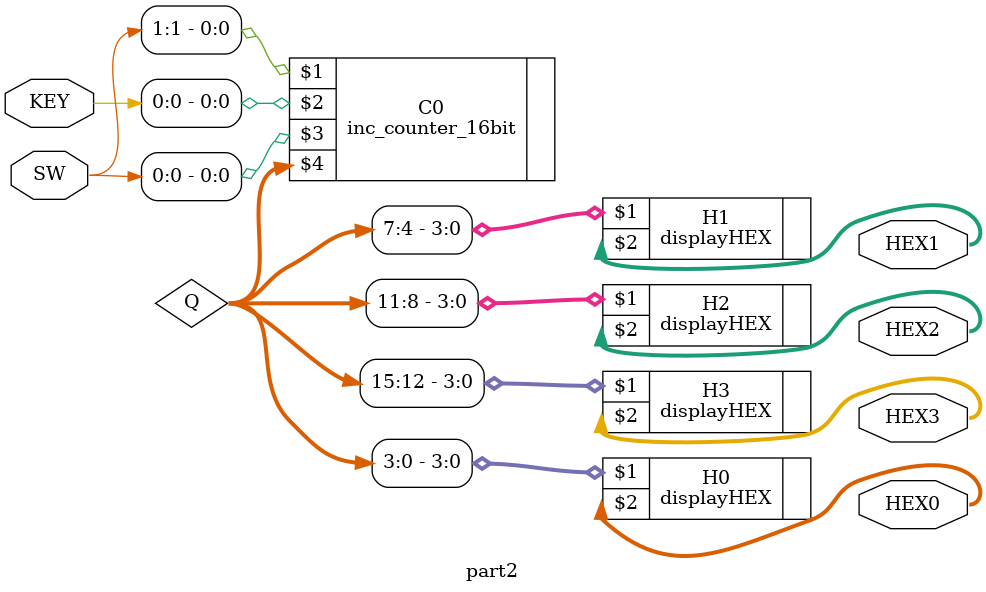
<source format=v>
module part2 (SW, KEY, HEX0, HEX1, HEX2, HEX3);
	input [1:0] SW, KEY;
	output [6:0] HEX0, HEX1, HEX2, HEX3;
	
	wire [15:0] Q;
	
	inc_counter_16bit C0 (SW[1], KEY[0], SW[0], Q);
	
	displayHEX H0 (Q[3:0], HEX0);
	displayHEX H1 (Q[7:4], HEX1);
	displayHEX H2 (Q[11:8], HEX2);
	displayHEX H3 (Q[15:12], HEX3);
endmodule
</source>
